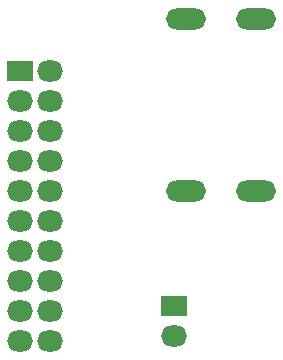
<source format=gbs>
G04*
G04 #@! TF.GenerationSoftware,Altium Limited,Altium Designer,23.3.1 (30)*
G04*
G04 Layer_Color=16711935*
%FSLAX44Y44*%
%MOMM*%
G71*
G04*
G04 #@! TF.SameCoordinates,FC58110F-AFE2-48FC-888D-7BDC24F10527*
G04*
G04*
G04 #@! TF.FilePolarity,Negative*
G04*
G01*
G75*
%ADD17O,3.4032X1.8032*%
%ADD18R,2.2032X1.8032*%
%ADD19O,2.2032X1.8032*%
D17*
X185000Y185500D02*
D03*
Y330500D02*
D03*
X244600Y185500D02*
D03*
Y330500D02*
D03*
D18*
X175000Y87700D02*
D03*
D03*
X44600Y287000D02*
D03*
D19*
X175000Y62300D02*
D03*
D03*
X70000Y58400D02*
D03*
Y83800D02*
D03*
Y109200D02*
D03*
Y134600D02*
D03*
Y160000D02*
D03*
Y185400D02*
D03*
Y210800D02*
D03*
Y236200D02*
D03*
Y261600D02*
D03*
Y287000D02*
D03*
X44600Y58400D02*
D03*
Y83800D02*
D03*
Y109200D02*
D03*
Y134600D02*
D03*
Y160000D02*
D03*
Y185400D02*
D03*
Y210800D02*
D03*
Y236200D02*
D03*
Y261600D02*
D03*
M02*

</source>
